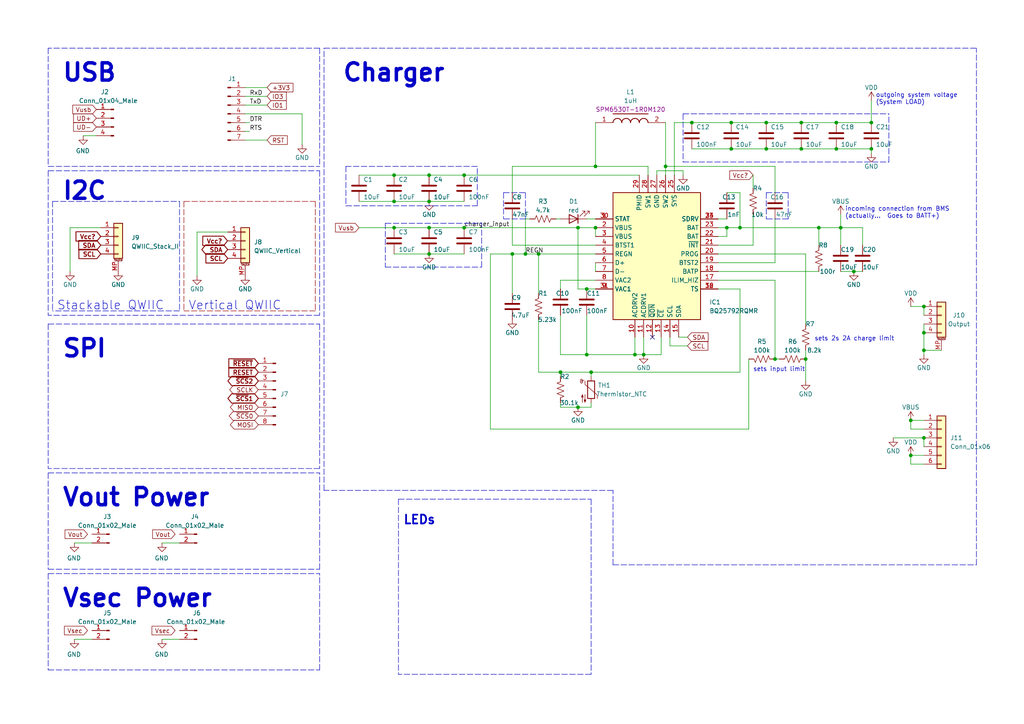
<source format=kicad_sch>
(kicad_sch (version 20211123) (generator eeschema)
  (paper "A4")
  (title_block (title "2s Li-Ion Charger") (rev "0.2.0") (company "The Nerd Mage / Austins Creations"))
  (lib_symbols
    (symbol "Austins creations:SPM6530T-1R0M120" (pin_names hide)
      (property "Reference" "L" (at 0 6.35 0))
      (property "Value" "SPM6530T-1R0M120" (at 0 3.81 0))
      (symbol "SPM6530T-1R0M120_1_1"
        (arc (start -2.54 0) (mid -3.81 1.219) (end -5.08 0) (stroke (width 0.254)))
        (arc (start 0 0) (mid -1.27 1.219) (end -2.54 0) (stroke (width 0.254)))
        (polyline (pts (xy -5.08 2.54) (xy 5.08 2.54)) (stroke (width 0.254)))
        (arc (start 2.54 0) (mid 1.27 1.219) (end 0 0) (stroke (width 0.254)))
        (arc (start 5.08 0) (mid 3.81 1.219) (end 2.54 0) (stroke (width 0.254)))
        (pin passive line (at -10.16 0 0) (length 5.08) (name "1") (number "1"))
        (pin passive line (at 10.16 0 180) (length 5.08) (name "2") (number "2"))
      )
    )
    (symbol "BQ25792RQMR:BQ25792RQMR-notpoo"
      (property "Reference" "IC1" (at 33.02 -24.13 0))
      (property "Value" "BQ25792RQMR-notpoo" (at 33.02 -26.67 0))
      (symbol "BQ25792RQMR-notpoo_1_1"
        (rectangle (start -12.7 17.78) (end 12.7 -19.05) (stroke (width 0.254)) (fill (type background)))
        (pin passive line (at -17.78 10.16 0) (length 5.08) (name "STAT") (number "1"))
        (pin passive line (at -6.35 -24.13 90) (length 5.08) (name "ACDRV2") (number "10"))
        (pin passive line (at -3.81 -24.13 90) (length 5.08) (name "ACDRV1") (number "11"))
        (pin passive line (at -1.27 -24.13 90) (length 5.08) (name "~{QON}") (number "12"))
        (pin passive line (at 1.27 -24.13 90) (length 5.08) (name "~{CE}") (number "13"))
        (pin passive line (at 3.81 -24.13 90) (length 5.08) (name "SCL") (number "14"))
        (pin passive line (at 6.35 -24.13 90) (length 5.08) (name "SDA") (number "15"))
        (pin passive line (at 17.78 -10.16 180) (length 5.08) (name "TS") (number "16"))
        (pin passive line (at 17.78 -7.62 180) (length 5.08) (name "ILIM_HIZ") (number "17"))
        (pin passive line (at 17.78 -5.08 180) (length 5.08) (name "BATP") (number "18"))
        (pin passive line (at 17.78 -2.54 180) (length 5.08) (name "BTST2") (number "19"))
        (pin passive line (at -17.78 7.62 0) (length 5.08) (name "VBUS") (number "2"))
        (pin passive line (at 17.78 0 180) (length 5.08) (name "PROG") (number "20"))
        (pin passive line (at 17.78 2.54 180) (length 5.08) (name "~{INT}") (number "21"))
        (pin passive line (at 17.78 5.08 180) (length 5.08) (name "BAT") (number "22"))
        (pin passive line (at 17.78 7.62 180) (length 5.08) (name "BAT") (number "23"))
        (pin passive line (at 17.78 10.16 180) (length 5.08) (name "SDRV") (number "24"))
        (pin passive line (at 5.08 22.86 270) (length 5.08) (name "SYS") (number "25"))
        (pin passive line (at 2.54 22.86 270) (length 5.08) (name "SW2") (number "26"))
        (pin passive line (at 0 22.86 270) (length 5.08) (name "GND") (number "27"))
        (pin passive line (at -2.54 22.86 270) (length 5.08) (name "SW1") (number "28"))
        (pin passive line (at -5.08 22.86 270) (length 5.08) (name "PMID") (number "29"))
        (pin passive line (at -17.78 5.08 0) (length 5.08) (name "VBUS") (number "3"))
        (pin passive line (at -17.78 10.16 0) (length 5.08) (name "STAT") (number "30"))
        (pin passive line (at -17.78 -10.16 0) (length 5.08) (name "VAC1") (number "31"))
        (pin passive line (at 17.78 -10.16 180) (length 5.08) (name "TS") (number "32"))
        (pin passive line (at 17.78 10.16 180) (length 5.08) (name "SDRV") (number "33"))
        (pin passive line (at -17.78 2.54 0) (length 5.08) (name "BTST1") (number "4"))
        (pin passive line (at -17.78 0 0) (length 5.08) (name "REGN") (number "5"))
        (pin passive line (at -17.78 -2.54 0) (length 5.08) (name "D+") (number "6"))
        (pin passive line (at -17.78 -5.08 0) (length 5.08) (name "D-") (number "7"))
        (pin passive line (at -17.78 -7.62 0) (length 5.08) (name "VAC2") (number "8"))
        (pin passive line (at -17.78 -10.16 0) (length 5.08) (name "VAC1") (number "9"))
      )
    )
    (symbol "Connector:Conn_01x02_Male" (pin_names (offset 1.016) hide)
      (property "Reference" "J" (at 0 2.54 0))
      (property "Value" "Conn_01x02_Male" (at 0 -5.08 0))
      (symbol "Conn_01x02_Male_1_1"
        (polyline (pts (xy 1.27 -2.54) (xy 0.8636 -2.54)) (stroke (width 0.1524)))
        (polyline (pts (xy 1.27 0) (xy 0.8636 0)) (stroke (width 0.1524)))
        (rectangle (start 0.8636 -2.413) (end 0 -2.667) (stroke (width 0.1524)) (fill (type outline)))
        (rectangle (start 0.8636 0.127) (end 0 -0.127) (stroke (width 0.1524)) (fill (type outline)))
        (pin passive line (at 5.08 0 180) (length 3.81) (name "Pin_1") (number "1"))
        (pin passive line (at 5.08 -2.54 180) (length 3.81) (name "Pin_2") (number "2"))
      )
    )
    (symbol "Connector:Conn_01x04_Male" (pin_names (offset 1.016) hide)
      (property "Reference" "J" (at 0 5.08 0))
      (property "Value" "Conn_01x04_Male" (at 0 -7.62 0))
      (symbol "Conn_01x04_Male_1_1"
        (polyline (pts (xy 1.27 -5.08) (xy 0.8636 -5.08)) (stroke (width 0.1524)))
        (polyline (pts (xy 1.27 -2.54) (xy 0.8636 -2.54)) (stroke (width 0.1524)))
        (polyline (pts (xy 1.27 0) (xy 0.8636 0)) (stroke (width 0.1524)))
        (polyline (pts (xy 1.27 2.54) (xy 0.8636 2.54)) (stroke (width 0.1524)))
        (rectangle (start 0.8636 -4.953) (end 0 -5.207) (stroke (width 0.1524)) (fill (type outline)))
        (rectangle (start 0.8636 -2.413) (end 0 -2.667) (stroke (width 0.1524)) (fill (type outline)))
        (rectangle (start 0.8636 0.127) (end 0 -0.127) (stroke (width 0.1524)) (fill (type outline)))
        (rectangle (start 0.8636 2.667) (end 0 2.413) (stroke (width 0.1524)) (fill (type outline)))
        (pin passive line (at 5.08 2.54 180) (length 3.81) (name "Pin_1") (number "1"))
        (pin passive line (at 5.08 0 180) (length 3.81) (name "Pin_2") (number "2"))
        (pin passive line (at 5.08 -2.54 180) (length 3.81) (name "Pin_3") (number "3"))
        (pin passive line (at 5.08 -5.08 180) (length 3.81) (name "Pin_4") (number "4"))
      )
    )
    (symbol "Connector:Conn_01x07_Male" (pin_names (offset 1.016) hide)
      (property "Reference" "J" (at 0 10.16 0))
      (property "Value" "Conn_01x07_Male" (at 0 -10.16 0))
      (symbol "Conn_01x07_Male_1_1"
        (polyline (pts (xy 1.27 -7.62) (xy 0.8636 -7.62)) (stroke (width 0.1524)))
        (polyline (pts (xy 1.27 -5.08) (xy 0.8636 -5.08)) (stroke (width 0.1524)))
        (polyline (pts (xy 1.27 -2.54) (xy 0.8636 -2.54)) (stroke (width 0.1524)))
        (polyline (pts (xy 1.27 0) (xy 0.8636 0)) (stroke (width 0.1524)))
        (polyline (pts (xy 1.27 2.54) (xy 0.8636 2.54)) (stroke (width 0.1524)))
        (polyline (pts (xy 1.27 5.08) (xy 0.8636 5.08)) (stroke (width 0.1524)))
        (polyline (pts (xy 1.27 7.62) (xy 0.8636 7.62)) (stroke (width 0.1524)))
        (rectangle (start 0.8636 -7.493) (end 0 -7.747) (stroke (width 0.1524)) (fill (type outline)))
        (rectangle (start 0.8636 -4.953) (end 0 -5.207) (stroke (width 0.1524)) (fill (type outline)))
        (rectangle (start 0.8636 -2.413) (end 0 -2.667) (stroke (width 0.1524)) (fill (type outline)))
        (rectangle (start 0.8636 0.127) (end 0 -0.127) (stroke (width 0.1524)) (fill (type outline)))
        (rectangle (start 0.8636 2.667) (end 0 2.413) (stroke (width 0.1524)) (fill (type outline)))
        (rectangle (start 0.8636 5.207) (end 0 4.953) (stroke (width 0.1524)) (fill (type outline)))
        (rectangle (start 0.8636 7.747) (end 0 7.493) (stroke (width 0.1524)) (fill (type outline)))
        (pin passive line (at 5.08 7.62 180) (length 3.81) (name "Pin_1") (number "1"))
        (pin passive line (at 5.08 5.08 180) (length 3.81) (name "Pin_2") (number "2"))
        (pin passive line (at 5.08 2.54 180) (length 3.81) (name "Pin_3") (number "3"))
        (pin passive line (at 5.08 0 180) (length 3.81) (name "Pin_4") (number "4"))
        (pin passive line (at 5.08 -2.54 180) (length 3.81) (name "Pin_5") (number "5"))
        (pin passive line (at 5.08 -5.08 180) (length 3.81) (name "Pin_6") (number "6"))
        (pin passive line (at 5.08 -7.62 180) (length 3.81) (name "Pin_7") (number "7"))
      )
    )
    (symbol "Connector:Conn_01x08_Male" (pin_names (offset 1.016) hide)
      (property "Reference" "J" (at 0 10.16 0))
      (property "Value" "Conn_01x08_Male" (at 0 -12.7 0))
      (symbol "Conn_01x08_Male_1_1"
        (polyline (pts (xy 1.27 -10.16) (xy 0.8636 -10.16)) (stroke (width 0.1524)))
        (polyline (pts (xy 1.27 -7.62) (xy 0.8636 -7.62)) (stroke (width 0.1524)))
        (polyline (pts (xy 1.27 -5.08) (xy 0.8636 -5.08)) (stroke (width 0.1524)))
        (polyline (pts (xy 1.27 -2.54) (xy 0.8636 -2.54)) (stroke (width 0.1524)))
        (polyline (pts (xy 1.27 0) (xy 0.8636 0)) (stroke (width 0.1524)))
        (polyline (pts (xy 1.27 2.54) (xy 0.8636 2.54)) (stroke (width 0.1524)))
        (polyline (pts (xy 1.27 5.08) (xy 0.8636 5.08)) (stroke (width 0.1524)))
        (polyline (pts (xy 1.27 7.62) (xy 0.8636 7.62)) (stroke (width 0.1524)))
        (rectangle (start 0.8636 -10.033) (end 0 -10.287) (stroke (width 0.1524)) (fill (type outline)))
        (rectangle (start 0.8636 -7.493) (end 0 -7.747) (stroke (width 0.1524)) (fill (type outline)))
        (rectangle (start 0.8636 -4.953) (end 0 -5.207) (stroke (width 0.1524)) (fill (type outline)))
        (rectangle (start 0.8636 -2.413) (end 0 -2.667) (stroke (width 0.1524)) (fill (type outline)))
        (rectangle (start 0.8636 0.127) (end 0 -0.127) (stroke (width 0.1524)) (fill (type outline)))
        (rectangle (start 0.8636 2.667) (end 0 2.413) (stroke (width 0.1524)) (fill (type outline)))
        (rectangle (start 0.8636 5.207) (end 0 4.953) (stroke (width 0.1524)) (fill (type outline)))
        (rectangle (start 0.8636 7.747) (end 0 7.493) (stroke (width 0.1524)) (fill (type outline)))
        (pin passive line (at 5.08 7.62 180) (length 3.81) (name "Pin_1") (number "1"))
        (pin passive line (at 5.08 5.08 180) (length 3.81) (name "Pin_2") (number "2"))
        (pin passive line (at 5.08 2.54 180) (length 3.81) (name "Pin_3") (number "3"))
        (pin passive line (at 5.08 0 180) (length 3.81) (name "Pin_4") (number "4"))
        (pin passive line (at 5.08 -2.54 180) (length 3.81) (name "Pin_5") (number "5"))
        (pin passive line (at 5.08 -5.08 180) (length 3.81) (name "Pin_6") (number "6"))
        (pin passive line (at 5.08 -7.62 180) (length 3.81) (name "Pin_7") (number "7"))
        (pin passive line (at 5.08 -10.16 180) (length 3.81) (name "Pin_8") (number "8"))
      )
    )
    (symbol "Connector_Generic:Conn_01x06" (pin_names (offset 1.016) hide)
      (property "Reference" "J" (at 0 7.62 0))
      (property "Value" "Conn_01x06" (at 0 -10.16 0))
      (symbol "Conn_01x06_1_1"
        (rectangle (start -1.27 -7.493) (end 0 -7.747) (stroke (width 0.1524)))
        (rectangle (start -1.27 -4.953) (end 0 -5.207) (stroke (width 0.1524)))
        (rectangle (start -1.27 -2.413) (end 0 -2.667) (stroke (width 0.1524)))
        (rectangle (start -1.27 0.127) (end 0 -0.127) (stroke (width 0.1524)))
        (rectangle (start -1.27 2.667) (end 0 2.413) (stroke (width 0.1524)))
        (rectangle (start -1.27 5.207) (end 0 4.953) (stroke (width 0.1524)))
        (rectangle (start -1.27 6.35) (end 1.27 -8.89) (stroke (width 0.254)) (fill (type background)))
        (pin passive line (at -5.08 5.08 0) (length 3.81) (name "Pin_1") (number "1"))
        (pin passive line (at -5.08 2.54 0) (length 3.81) (name "Pin_2") (number "2"))
        (pin passive line (at -5.08 0 0) (length 3.81) (name "Pin_3") (number "3"))
        (pin passive line (at -5.08 -2.54 0) (length 3.81) (name "Pin_4") (number "4"))
        (pin passive line (at -5.08 -5.08 0) (length 3.81) (name "Pin_5") (number "5"))
        (pin passive line (at -5.08 -7.62 0) (length 3.81) (name "Pin_6") (number "6"))
      )
    )
    (symbol "Connector_Generic_MountingPin:Conn_01x04_MountingPin" (pin_names (offset 1.016) hide)
      (property "Reference" "J" (at 0 5.08 0))
      (property "Value" "Conn_01x04_MountingPin" (at 1.27 -7.62 0))
      (symbol "Conn_01x04_MountingPin_1_1"
        (rectangle (start -1.27 -4.953) (end 0 -5.207) (stroke (width 0.1524)))
        (rectangle (start -1.27 -2.413) (end 0 -2.667) (stroke (width 0.1524)))
        (rectangle (start -1.27 0.127) (end 0 -0.127) (stroke (width 0.1524)))
        (rectangle (start -1.27 2.667) (end 0 2.413) (stroke (width 0.1524)))
        (rectangle (start -1.27 3.81) (end 1.27 -6.35) (stroke (width 0.254)) (fill (type background)))
        (polyline (pts (xy -1.016 -7.112) (xy 1.016 -7.112)) (stroke (width 0.1524)))
        (text "Mounting" (at 0 -6.731 0) (effects (font (size 0.381 0.381))))
        (pin passive line (at -5.08 2.54 0) (length 3.81) (name "Pin_1") (number "1"))
        (pin passive line (at -5.08 0 0) (length 3.81) (name "Pin_2") (number "2"))
        (pin passive line (at -5.08 -2.54 0) (length 3.81) (name "Pin_3") (number "3"))
        (pin passive line (at -5.08 -5.08 0) (length 3.81) (name "Pin_4") (number "4"))
        (pin passive line (at 0 -10.16 90) (length 3.048) (name "MountPin") (number "MP"))
      )
    )
    (symbol "Connector_QWIIC_Stackable:QWIIC_Stackable" (pin_names (offset 1.016) hide)
      (property "Reference" "J" (at 0 5.08 0))
      (property "Value" "QWIIC_Stackable" (at 1.27 -7.62 0))
      (symbol "QWIIC_Stackable_1_1"
        (rectangle (start -1.27 -4.953) (end 0 -5.207) (stroke (width 0.1524)))
        (rectangle (start -1.27 -2.413) (end 0 -2.667) (stroke (width 0.1524)))
        (rectangle (start -1.27 0.127) (end 0 -0.127) (stroke (width 0.1524)))
        (rectangle (start -1.27 2.667) (end 0 2.413) (stroke (width 0.1524)))
        (rectangle (start -1.27 3.81) (end 1.27 -6.35) (stroke (width 0.254)) (fill (type background)))
        (polyline (pts (xy -1.016 -7.112) (xy 1.016 -7.112)) (stroke (width 0.1524)))
        (text "Mounting" (at 0 -6.731 0) (effects (font (size 0.381 0.381))))
        (pin passive line (at -5.08 2.54 0) (length 3.81) (name "Pin_1") (number "1"))
        (pin passive line (at -5.08 0 0) (length 3.81) (name "Pin_2") (number "2"))
        (pin passive line (at -5.08 -2.54 0) (length 3.81) (name "Pin_3") (number "3"))
        (pin passive line (at -5.08 -5.08 0) (length 3.81) (name "Pin_4") (number "4"))
        (pin passive line (at 0 -10.16 90) (length 3.048) (name "MountPin") (number "MP"))
      )
    )
    (symbol "Device:C" (pin_numbers hide) (pin_names (offset 0.254))
      (property "Reference" "C" (at 0.635 2.54 0))
      (property "Value" "C" (at 0.635 -2.54 0))
      (symbol "C_0_1"
        (polyline (pts (xy -2.032 -0.762) (xy 2.032 -0.762)) (stroke (width 0.508)))
        (polyline (pts (xy -2.032 0.762) (xy 2.032 0.762)) (stroke (width 0.508)))
      )
      (symbol "C_1_1"
        (pin passive line (at 0 3.81 270) (length 2.794) (name "~") (number "1"))
        (pin passive line (at 0 -3.81 90) (length 2.794) (name "~") (number "2"))
      )
    )
    (symbol "Device:LED" (pin_numbers hide) (pin_names (offset 1.016) hide)
      (property "Reference" "D" (at 0 2.54 0))
      (property "Value" "LED" (at 0 -2.54 0))
      (symbol "LED_0_1"
        (polyline (pts (xy -1.27 -1.27) (xy -1.27 1.27)) (stroke (width 0.254)))
        (polyline (pts (xy -1.27 0) (xy 1.27 0)))
        (polyline (pts (xy 1.27 -1.27) (xy 1.27 1.27) (xy -1.27 0) (xy 1.27 -1.27)) (stroke (width 0.254)))
        (polyline (pts (xy -3.048 -0.762) (xy -4.572 -2.286) (xy -3.81 -2.286) (xy -4.572 -2.286) (xy -4.572 -1.524)))
        (polyline (pts (xy -1.778 -0.762) (xy -3.302 -2.286) (xy -2.54 -2.286) (xy -3.302 -2.286) (xy -3.302 -1.524)))
      )
      (symbol "LED_1_1"
        (pin passive line (at -3.81 0 0) (length 2.54) (name "K") (number "1"))
        (pin passive line (at 3.81 0 180) (length 2.54) (name "A") (number "2"))
      )
    )
    (symbol "Device:R_US" (pin_numbers hide) (pin_names (offset 0))
      (property "Reference" "R" (at 2.54 0 90))
      (property "Value" "R_US" (at -2.54 0 90))
      (symbol "R_US_0_1"
        (polyline (pts (xy 0 -2.286) (xy 0 -2.54)))
        (polyline (pts (xy 0 2.286) (xy 0 2.54)))
        (polyline (pts (xy 0 -0.762) (xy 1.016 -1.143) (xy 0 -1.524) (xy -1.016 -1.905) (xy 0 -2.286)))
        (polyline (pts (xy 0 0.762) (xy 1.016 0.381) (xy 0 0) (xy -1.016 -0.381) (xy 0 -0.762)))
        (polyline (pts (xy 0 2.286) (xy 1.016 1.905) (xy 0 1.524) (xy -1.016 1.143) (xy 0 0.762)))
      )
      (symbol "R_US_1_1"
        (pin passive line (at 0 3.81 270) (length 1.27) (name "~") (number "1"))
        (pin passive line (at 0 -3.81 90) (length 1.27) (name "~") (number "2"))
      )
    )
    (symbol "Device:Thermistor_NTC" (pin_numbers hide) (pin_names (offset 0))
      (property "Reference" "TH" (at -4.445 0 90))
      (property "Value" "Thermistor_NTC" (at 3.175 0 90))
      (symbol "Thermistor_NTC_0_1"
        (arc (start -3.048 2.159) (mid -3.0495 2.3143) (end -3.175 2.413))
        (arc (start -3.048 2.159) (mid -2.9736 1.9794) (end -2.794 1.905))
        (arc (start -3.048 2.794) (mid -2.9736 2.6144) (end -2.794 2.54))
        (arc (start -2.794 1.905) (mid -2.6144 1.9794) (end -2.54 2.159))
        (arc (start -2.794 2.54) (mid -2.4393 2.5587) (end -2.159 2.794))
        (arc (start -2.794 3.048) (mid -2.9736 2.9736) (end -3.048 2.794))
        (arc (start -2.54 2.794) (mid -2.6144 2.9736) (end -2.794 3.048))
        (rectangle (start -1.016 2.54) (end 1.016 -2.54) (stroke (width 0.254)))
        (polyline (pts (xy -2.54 2.159) (xy -2.54 2.794)))
        (polyline (pts (xy -1.778 2.54) (xy -1.778 1.524) (xy 1.778 -1.524) (xy 1.778 -2.54)))
        (polyline (pts (xy -2.54 -3.683) (xy -2.54 -1.397) (xy -2.794 -2.159) (xy -2.286 -2.159) (xy -2.54 -1.397) (xy -2.54 -1.651)) (fill (type outline)))
        (polyline (pts (xy -1.778 -1.397) (xy -1.778 -3.683) (xy -2.032 -2.921) (xy -1.524 -2.921) (xy -1.778 -3.683) (xy -1.778 -3.429)) (fill (type outline)))
      )
      (symbol "Thermistor_NTC_1_1"
        (pin passive line (at 0 3.81 270) (length 1.27) (name "~") (number "1"))
        (pin passive line (at 0 -3.81 90) (length 1.27) (name "~") (number "2"))
      )
    )
    (symbol "power:GND" (power) (pin_names (offset 0))
      (property "Value" "GND" (at 0 -3.81 0))
      (symbol "GND_0_1"
        (polyline (pts (xy 0 0) (xy 0 -1.27) (xy 1.27 -1.27) (xy 0 -2.54) (xy -1.27 -1.27) (xy 0 -1.27)))
      )
      (symbol "GND_1_1"
        (pin power_in line (at 0 0 270) (length 0) hide (name "GND") (number "1"))
      )
    )
    (symbol "power:VBUS" (power) (pin_names (offset 0))
      (property "Value" "VBUS" (at 0 3.81 0))
      (symbol "VBUS_0_1"
        (polyline (pts (xy -0.762 1.27) (xy 0 2.54)))
        (polyline (pts (xy 0 0) (xy 0 2.54)))
        (polyline (pts (xy 0 2.54) (xy 0.762 1.27)))
      )
      (symbol "VBUS_1_1"
        (pin power_in line (at 0 0 90) (length 0) hide (name "VBUS") (number "1"))
      )
    )
    (symbol "power:VDD" (power) (pin_names (offset 0))
      (property "Value" "VDD" (at 0 3.81 0))
      (symbol "VDD_0_1"
        (polyline (pts (xy -0.762 1.27) (xy 0 2.54)))
        (polyline (pts (xy 0 0) (xy 0 2.54)))
        (polyline (pts (xy 0 2.54) (xy 0.762 1.27)))
      )
      (symbol "VDD_1_1"
        (pin power_in line (at 0 0 90) (length 0) hide (name "VDD") (number "1"))
      )
    )
  )
  (junction (at 114.3 58.42))
  (junction (at 167.64 66.04))
  (junction (at 124.46 50.8))
  (junction (at 242.57 35.56))
  (junction (at 156.21 73.66))
  (junction (at 134.62 50.8))
  (junction (at 200.66 35.56))
  (junction (at 224.79 104.14))
  (junction (at 114.3 66.04))
  (junction (at 264.16 132.08))
  (junction (at 162.56 107.95))
  (junction (at 170.18 83.82))
  (junction (at 172.72 48.26))
  (junction (at 242.57 43.18))
  (junction (at 267.97 101.6))
  (junction (at 252.73 43.18))
  (junction (at 148.59 73.66))
  (junction (at 172.72 66.04))
  (junction (at 184.15 102.87))
  (junction (at 267.97 96.52))
  (junction (at 247.65 78.74))
  (junction (at 222.25 43.18))
  (junction (at 170.18 102.87))
  (junction (at 222.25 35.56))
  (junction (at 212.09 43.18))
  (junction (at 114.3 50.8))
  (junction (at 152.4 73.66))
  (junction (at 232.41 35.56))
  (junction (at 124.46 66.04))
  (junction (at 171.45 107.95))
  (junction (at 134.62 66.04))
  (junction (at 124.46 58.42))
  (junction (at 186.69 102.87))
  (junction (at 243.84 66.04))
  (junction (at 264.16 121.92))
  (junction (at 237.49 66.04))
  (junction (at 193.04 48.26))
  (junction (at 267.97 127))
  (junction (at 214.63 66.04))
  (junction (at 167.64 118.11))
  (junction (at 233.68 104.14))
  (junction (at 210.82 66.04))
  (junction (at 124.46 73.66))
  (junction (at 267.97 88.9))
  (junction (at 232.41 43.18))
  (junction (at 212.09 35.56))
  (junction (at 252.73 35.56))
  (no_connect (at 189.23 97.79))
  (wire (pts (xy 224.79 104.14) (xy 226.06 104.14)))
  (wire (pts (xy 104.14 58.42) (xy 114.3 58.42)))
  (wire (pts (xy 148.59 48.26) (xy 148.59 55.88)))
  (wire (pts (xy 114.3 50.8) (xy 124.46 50.8)))
  (polyline (pts (xy 146.05 55.88) (xy 152.4 55.88)))
  (wire (pts (xy 162.56 107.95) (xy 162.56 109.22)))
  (wire (pts (xy 252.73 29.21) (xy 252.73 35.56)))
  (wire (pts (xy 264.16 124.46) (xy 267.97 124.46)))
  (polyline (pts (xy 115.57 144.78) (xy 171.45 144.78)))
  (wire (pts (xy 194.31 100.33) (xy 199.39 100.33)))
  (wire (pts (xy 156.21 107.95) (xy 162.56 107.95)))
  (wire (pts (xy 71.12 25.4) (xy 77.47 25.4)))
  (polyline (pts (xy 198.12 46.99) (xy 257.81 46.99)))
  (wire (pts (xy 104.14 66.04) (xy 114.3 66.04)))
  (wire (pts (xy 224.79 81.28) (xy 208.28 81.28)))
  (wire (pts (xy 148.59 73.66) (xy 152.4 73.66)))
  (wire (pts (xy 264.16 121.92) (xy 264.16 124.46)))
  (polyline (pts (xy 152.4 63.5) (xy 146.05 63.5)))
  (wire (pts (xy 170.18 91.44) (xy 170.18 102.87)))
  (wire (pts (xy 148.59 73.66) (xy 148.59 85.09)))
  (polyline (pts (xy 198.12 33.02) (xy 198.12 46.99)))
  (wire (pts (xy 162.56 116.84) (xy 162.56 118.11)))
  (wire (pts (xy 152.4 63.5) (xy 153.67 63.5)))
  (polyline (pts (xy 13.97 194.31) (xy 92.71 194.31)))
  (wire (pts (xy 214.63 55.88) (xy 214.63 66.04)))
  (wire (pts (xy 264.16 121.92) (xy 267.97 121.92)))
  (polyline (pts (xy 115.57 144.78) (xy 115.57 195.58)))
  (polyline (pts (xy 257.81 46.99) (xy 257.81 33.02)))
  (polyline (pts (xy 92.71 194.31) (xy 92.71 166.37)))
  (polyline (pts (xy 92.71 91.44) (xy 13.97 91.44)))
  (wire (pts (xy 214.63 83.82) (xy 214.63 107.95)))
  (wire (pts (xy 193.04 48.26) (xy 193.04 50.8)))
  (polyline (pts (xy 53.34 58.42) (xy 91.44 58.42)) (stroke (width 0) (color 155 0 0 1)))
  (wire (pts (xy 124.46 50.8) (xy 134.62 50.8)))
  (wire (pts (xy 134.62 66.04) (xy 167.64 66.04)))
  (wire (pts (xy 71.12 30.48) (xy 77.47 30.48)))
  (wire (pts (xy 171.45 107.95) (xy 214.63 107.95)))
  (wire (pts (xy 142.24 73.66) (xy 148.59 73.66)))
  (wire (pts (xy 167.64 118.11) (xy 171.45 118.11)))
  (polyline (pts (xy 198.12 33.02) (xy 257.81 33.02)))
  (wire (pts (xy 156.21 73.66) (xy 172.72 73.66)))
  (wire (pts (xy 124.46 66.04) (xy 134.62 66.04)))
  (wire (pts (xy 156.21 92.71) (xy 156.21 107.95)))
  (wire (pts (xy 243.84 66.04) (xy 237.49 66.04)))
  (polyline (pts (xy 111.76 64.77) (xy 111.76 77.47)))
  (wire (pts (xy 29.21 66.04) (xy 20.32 66.04)))
  (wire (pts (xy 232.41 35.56) (xy 242.57 35.56)))
  (polyline (pts (xy 138.43 59.69) (xy 138.43 48.26)))
  (wire (pts (xy 194.31 97.79) (xy 194.31 100.33)))
  (polyline (pts (xy 100.33 48.26) (xy 100.33 59.69)))
  (wire (pts (xy 233.68 104.14) (xy 233.68 101.6)))
  (polyline (pts (xy 53.34 58.42) (xy 53.34 90.17)) (stroke (width 0) (color 155 0 0 1)))
  (wire (pts (xy 167.64 83.82) (xy 167.64 66.04)))
  (wire (pts (xy 162.56 91.44) (xy 162.56 102.87)))
  (polyline (pts (xy 13.97 49.53) (xy 92.71 49.53)))
  (polyline (pts (xy 13.97 166.37) (xy 92.71 166.37)))
  (wire (pts (xy 196.85 97.79) (xy 199.39 97.79)))
  (wire (pts (xy 187.96 50.8) (xy 187.96 48.26)))
  (wire (pts (xy 114.3 58.42) (xy 124.46 58.42)))
  (wire (pts (xy 232.41 43.18) (xy 242.57 43.18)))
  (wire (pts (xy 172.72 76.2) (xy 172.72 78.74)))
  (polyline (pts (xy 92.71 93.98) (xy 92.71 135.89)))
  (wire (pts (xy 233.68 104.14) (xy 233.68 110.49)))
  (wire (pts (xy 208.28 63.5) (xy 210.82 63.5)))
  (polyline (pts (xy 171.45 195.58) (xy 115.57 195.58)))
  (wire (pts (xy 214.63 83.82) (xy 208.28 83.82)))
  (polyline (pts (xy 15.24 58.42) (xy 52.07 58.42)))
  (wire (pts (xy 224.79 63.5) (xy 224.79 76.2)))
  (wire (pts (xy 210.82 66.04) (xy 210.82 68.58)))
  (wire (pts (xy 27.94 39.37) (xy 24.13 39.37)))
  (wire (pts (xy 250.19 66.04) (xy 250.19 71.12)))
  (wire (pts (xy 208.28 73.66) (xy 233.68 73.66)))
  (wire (pts (xy 104.14 50.8) (xy 114.3 50.8)))
  (wire (pts (xy 267.97 88.9) (xy 267.97 91.44)))
  (wire (pts (xy 186.69 97.79) (xy 186.69 102.87)))
  (polyline (pts (xy 93.98 142.24) (xy 93.98 13.97)))
  (wire (pts (xy 156.21 73.66) (xy 156.21 85.09)))
  (polyline (pts (xy 92.71 13.97) (xy 13.97 13.97)))
  (wire (pts (xy 267.97 93.98) (xy 267.97 96.52)))
  (wire (pts (xy 152.4 63.5) (xy 152.4 73.66)))
  (wire (pts (xy 243.84 71.12) (xy 243.84 66.04)))
  (wire (pts (xy 208.28 76.2) (xy 224.79 76.2)))
  (wire (pts (xy 247.65 78.74) (xy 250.19 78.74)))
  (wire (pts (xy 224.79 81.28) (xy 224.79 104.14)))
  (wire (pts (xy 224.79 48.26) (xy 224.79 55.88)))
  (polyline (pts (xy 152.4 55.88) (xy 152.4 63.5)))
  (polyline (pts (xy 91.44 58.42) (xy 91.44 90.17)) (stroke (width 0) (color 155 0 0 1)))
  (wire (pts (xy 66.04 69.85) (xy 65.9851 69.8684)))
  (polyline (pts (xy 15.24 58.42) (xy 15.24 90.17)))
  (wire (pts (xy 71.12 40.64) (xy 77.47 40.64)))
  (polyline (pts (xy 93.98 13.97) (xy 283.21 13.97)))
  (polyline (pts (xy 177.8 142.24) (xy 93.98 142.24)))
  (wire (pts (xy 124.46 58.42) (xy 134.62 58.42)))
  (wire (pts (xy 172.72 35.56) (xy 172.72 48.26)))
  (wire (pts (xy 87.63 33.02) (xy 71.12 33.02)))
  (polyline (pts (xy 13.97 137.16) (xy 13.97 165.1)))
  (polyline (pts (xy 92.71 49.53) (xy 92.71 91.44)))
  (wire (pts (xy 212.09 35.56) (xy 222.25 35.56)))
  (wire (pts (xy 46.99 157.48) (xy 52.07 157.48)))
  (wire (pts (xy 134.62 50.8) (xy 185.42 50.8)))
  (wire (pts (xy 142.24 73.66) (xy 142.24 124.46)))
  (wire (pts (xy 259.08 127) (xy 267.97 127)))
  (wire (pts (xy 191.77 102.87) (xy 186.69 102.87)))
  (wire (pts (xy 252.73 43.18) (xy 252.73 44.45)))
  (wire (pts (xy 243.84 78.74) (xy 247.65 78.74)))
  (wire (pts (xy 210.82 66.04) (xy 214.63 66.04)))
  (wire (pts (xy 190.5 50.8) (xy 190.5 49.53)))
  (wire (pts (xy 21.59 157.48) (xy 26.67 157.48)))
  (wire (pts (xy 193.04 35.56) (xy 193.04 48.26)))
  (wire (pts (xy 71.12 38.1) (xy 72.39 38.1)))
  (polyline (pts (xy 177.8 163.83) (xy 177.8 142.24)))
  (wire (pts (xy 170.18 63.5) (xy 172.72 63.5)))
  (polyline (pts (xy 228.6 63.5) (xy 222.25 63.5)))
  (polyline (pts (xy 146.05 55.88) (xy 146.05 63.5)))
  (wire (pts (xy 148.59 63.5) (xy 148.59 71.12)))
  (wire (pts (xy 172.72 66.04) (xy 172.72 68.58)))
  (polyline (pts (xy 13.97 93.98) (xy 92.71 93.98)))
  (wire (pts (xy 217.17 104.14) (xy 217.17 124.46)))
  (polyline (pts (xy 138.43 48.26) (xy 100.33 48.26)))
  (wire (pts (xy 71.12 27.94) (xy 77.47 27.94)))
  (wire (pts (xy 57.15 67.31) (xy 57.15 80.01)))
  (polyline (pts (xy 13.97 166.37) (xy 13.97 194.31)))
  (polyline (pts (xy 91.44 90.17) (xy 53.34 90.17)) (stroke (width 0) (color 155 0 0 1)))
  (wire (pts (xy 162.56 81.28) (xy 172.72 81.28)))
  (wire (pts (xy 267.97 101.6) (xy 267.97 102.87)))
  (polyline (pts (xy 139.7 77.47) (xy 139.7 64.77)))
  (wire (pts (xy 198.12 49.53) (xy 198.12 50.8)))
  (polyline (pts (xy 13.97 13.97) (xy 13.97 48.26)))
  (wire (pts (xy 273.05 101.6) (xy 267.97 101.6)))
  (wire (pts (xy 264.16 132.08) (xy 264.16 134.62)))
  (wire (pts (xy 114.3 73.66) (xy 124.46 73.66)))
  (polyline (pts (xy 222.25 55.88) (xy 228.6 55.88)))
  (wire (pts (xy 184.15 97.79) (xy 184.15 102.87)))
  (wire (pts (xy 214.63 55.88) (xy 210.82 55.88)))
  (wire (pts (xy 46.99 185.42) (xy 52.07 185.42)))
  (wire (pts (xy 267.97 127) (xy 267.97 129.54)))
  (wire (pts (xy 250.19 66.04) (xy 243.84 66.04)))
  (wire (pts (xy 222.25 35.56) (xy 232.41 35.56)))
  (polyline (pts (xy 228.6 55.88) (xy 228.6 63.5)))
  (polyline (pts (xy 13.97 137.16) (xy 92.71 137.16)))
  (wire (pts (xy 200.66 43.18) (xy 212.09 43.18)))
  (polyline (pts (xy 52.07 90.17) (xy 15.24 90.17)))
  (wire (pts (xy 161.29 63.5) (xy 162.56 63.5)))
  (wire (pts (xy 208.28 71.12) (xy 218.44 71.12)))
  (polyline (pts (xy 100.33 59.69) (xy 138.43 59.69)))
  (wire (pts (xy 66.04 67.31) (xy 57.15 67.31)))
  (wire (pts (xy 167.64 66.04) (xy 172.72 66.04)))
  (wire (pts (xy 171.45 118.11) (xy 171.45 116.84)))
  (wire (pts (xy 162.56 83.82) (xy 162.56 81.28)))
  (wire (pts (xy 264.16 134.62) (xy 267.97 134.62)))
  (wire (pts (xy 208.28 68.58) (xy 210.82 68.58)))
  (wire (pts (xy 191.77 97.79) (xy 191.77 102.87)))
  (wire (pts (xy 214.63 66.04) (xy 237.49 66.04)))
  (wire (pts (xy 208.28 66.04) (xy 210.82 66.04)))
  (wire (pts (xy 87.63 41.91) (xy 87.63 33.02)))
  (polyline (pts (xy 52.07 58.42) (xy 52.07 90.17)))
  (wire (pts (xy 172.72 83.82) (xy 170.18 83.82)))
  (wire (pts (xy 114.3 66.04) (xy 124.46 66.04)))
  (polyline (pts (xy 177.8 163.83) (xy 283.21 163.83)))
  (wire (pts (xy 172.72 71.12) (xy 148.59 71.12)))
  (wire (pts (xy 200.66 35.56) (xy 195.58 35.56)))
  (wire (pts (xy 243.84 62.23) (xy 243.84 66.04)))
  (polyline (pts (xy 92.71 165.1) (xy 92.71 137.16)))
  (wire (pts (xy 170.18 102.87) (xy 184.15 102.87)))
  (wire (pts (xy 222.25 43.18) (xy 232.41 43.18)))
  (wire (pts (xy 20.32 66.04) (xy 20.32 78.74)))
  (wire (pts (xy 264.16 132.08) (xy 267.97 132.08)))
  (wire (pts (xy 242.57 35.56) (xy 252.73 35.56)))
  (wire (pts (xy 233.68 73.66) (xy 233.68 93.98)))
  (wire (pts (xy 195.58 35.56) (xy 195.58 50.8)))
  (polyline (pts (xy 111.76 64.77) (xy 139.7 64.77)))
  (wire (pts (xy 267.97 96.52) (xy 267.97 101.6)))
  (wire (pts (xy 218.44 62.23) (xy 218.44 71.12)))
  (polyline (pts (xy 222.25 55.88) (xy 222.25 63.5)))
  (wire (pts (xy 162.56 118.11) (xy 167.64 118.11)))
  (wire (pts (xy 170.18 83.82) (xy 167.64 83.82)))
  (polyline (pts (xy 92.71 13.97) (xy 92.71 48.26)))
  (wire (pts (xy 242.57 43.18) (xy 252.73 43.18)))
  (wire (pts (xy 162.56 102.87) (xy 170.18 102.87)))
  (polyline (pts (xy 171.45 144.78) (xy 171.45 195.58)))
  (wire (pts (xy 124.46 73.66) (xy 134.62 73.66)))
  (wire (pts (xy 264.16 88.9) (xy 267.97 88.9)))
  (wire (pts (xy 190.5 49.53) (xy 198.12 49.53)))
  (wire (pts (xy 171.45 107.95) (xy 171.45 109.22)))
  (wire (pts (xy 184.15 102.87) (xy 186.69 102.87)))
  (wire (pts (xy 152.4 73.66) (xy 156.21 73.66)))
  (wire (pts (xy 217.17 124.46) (xy 142.24 124.46)))
  (polyline (pts (xy 13.97 93.98) (xy 13.97 135.89)))
  (wire (pts (xy 237.49 66.04) (xy 237.49 71.12)))
  (wire (pts (xy 71.12 35.56) (xy 72.39 35.56)))
  (polyline (pts (xy 283.21 163.83) (xy 283.21 13.97)))
  (polyline (pts (xy 13.97 48.26) (xy 92.71 48.26)))
  (wire (pts (xy 208.28 78.74) (xy 237.49 78.74)))
  (wire (pts (xy 172.72 48.26) (xy 187.96 48.26)))
  (polyline (pts (xy 13.97 165.1) (xy 92.71 165.1)))
  (wire (pts (xy 212.09 43.18) (xy 222.25 43.18)))
  (wire (pts (xy 162.56 107.95) (xy 171.45 107.95)))
  (wire (pts (xy 193.04 48.26) (xy 224.79 48.26)))
  (polyline (pts (xy 92.71 135.89) (xy 13.97 135.89)))
  (wire (pts (xy 21.59 185.42) (xy 26.67 185.42)))
  (wire (pts (xy 148.59 48.26) (xy 172.72 48.26)))
  (wire (pts (xy 200.66 35.56) (xy 212.09 35.56)))
  (wire (pts (xy 218.44 50.8) (xy 218.44 54.61)))
  (polyline (pts (xy 111.76 77.47) (xy 139.7 77.47)))
  (polyline (pts (xy 13.97 49.53) (xy 13.97 91.44)))
  (text "Vout Power" (at 17.78 147.32 0) (effects (font (size 5 5) (thickness 1) bold) (justify left bottom)))
  (text "I2C" (at 17.78 58.42 0) (effects (font (size 5 5) (thickness 1) bold) (justify left bottom)))
  (text "Stackable QWIIC" (at 16.51 90.17 0) (effects (font (size 2.54 2.54)) (justify left bottom)))
  (text "incoming connection from BMS\n(actually...  Goes to BATT+)" (at 245.11 63.5 0) (effects (font (size 1.27 1.27)) (justify left bottom)))
  (text "sets 2s 2A charge limit" (at 236.22 99.06 0) (effects (font (size 1.27 1.27)) (justify left bottom)))
  (text "SPI" (at 17.78 104.14 0) (effects (font (size 5 5) (thickness 1) bold) (justify left bottom)))
  (text "Vsec Power" (at 17.78 176.53 0) (effects (font (size 5 5) (thickness 1) bold) (justify left bottom)))
  (text "USB" (at 17.78 24.13 0) (effects (font (size 5 5) (thickness 1) bold) (justify left bottom)))
  (text "outgoing system voltage\n(System LOAD)" (at 254 30.48 0) (effects (font (size 1.27 1.27)) (justify left bottom)))
  (text "sets input limit" (at 218.44 107.95 0) (effects (font (size 1.27 1.27)) (justify left bottom)))
  (text "Vertical QWIIC" (at 54.61 90.17 0) (effects (font (size 2.54 2.54)) (justify left bottom)))
  (text "Charger" (at 99.06 24.13 0) (effects (font (size 5 5) (thickness 1) bold) (justify left bottom)))
  (text "LEDs" (at 116.84 152.4 180) (effects (font (size 2.54 2.54) (thickness 0.508) bold) (justify left bottom)))
  (label "REGN" (at 152.4 73.66 0))
  (label "TxD" (at 72.39 30.48 0))
  (label "charger_input" (at 134.62 66.04 0))
  (label "DTR" (at 72.39 35.56 0))
  (label "RTS" (at 72.39 38.1 0))
  (label "RxD" (at 72.39 27.94 0))
  (global_label "Vcc?" (shape input) (at 29.21 68.58 180) (effects (font (thickness 0.254) bold)) (property "Intersheet References" "${INTERSHEET_REFS}" (effects hide)))
  (global_label "Vusb" (shape input) (at 27.94 31.75 180) (property "Intersheet References" "${INTERSHEET_REFS}" (effects hide)))
  (global_label "SCL" (shape input) (at 66.04 74.93 180) (effects (font (thickness 0.254) bold)) (property "Intersheet References" "${INTERSHEET_REFS}" (effects hide)))
  (global_label "~{SCS}0" (shape bidirectional) (at 74.93 120.65 180) (property "Intersheet References" "${INTERSHEET_REFS}" (effects hide)))
  (global_label "SDA" (shape bidirectional) (at 66.04 72.39 180) (effects (font bold)) (property "Intersheet References" "${INTERSHEET_REFS}" (effects hide)))
  (global_label "Vout" (shape input) (at 25.4 154.94 180) (property "Intersheet References" "${INTERSHEET_REFS}" (effects hide)))
  (global_label "MOSI" (shape bidirectional) (at 74.93 123.19 180) (property "Intersheet References" "${INTERSHEET_REFS}" (effects hide)))
  (global_label "Vcc?" (shape input) (at 218.44 50.8 180) (property "Intersheet References" "${INTERSHEET_REFS}" (effects hide)))
  (global_label "IO3" (shape input) (at 77.47 27.94 0) (property "Intersheet References" "${INTERSHEET_REFS}" (effects hide)))
  (global_label "SDA" (shape input) (at 199.39 97.79 0) (property "Intersheet References" "${INTERSHEET_REFS}" (effects hide)))
  (global_label "Vout" (shape input) (at 50.8 154.94 180) (property "Intersheet References" "${INTERSHEET_REFS}" (effects hide)))
  (global_label "Vsec" (shape input) (at 25.4 182.88 180) (property "Intersheet References" "${INTERSHEET_REFS}" (effects hide)))
  (global_label "IO1" (shape input) (at 77.47 30.48 0) (property "Intersheet References" "${INTERSHEET_REFS}" (effects hide)))
  (global_label "UD-" (shape input) (at 27.94 36.83 180) (property "Intersheet References" "${INTERSHEET_REFS}" (effects hide)))
  (global_label "~{RESET}" (shape input) (at 74.93 105.41 180) (effects (font (thickness 0.254) bold)) (property "Intersheet References" "${INTERSHEET_REFS}" (effects hide)))
  (global_label "SCLK" (shape bidirectional) (at 74.93 113.03 180) (property "Intersheet References" "${INTERSHEET_REFS}" (effects hide)))
  (global_label "Vusb" (shape input) (at 104.14 66.04 180) (property "Intersheet References" "${INTERSHEET_REFS}" (effects hide)))
  (global_label "SCL" (shape input) (at 199.39 100.33 0) (property "Intersheet References" "${INTERSHEET_REFS}" (effects hide)))
  (global_label "SDA" (shape input) (at 29.21 71.12 180) (effects (font bold)) (property "Intersheet References" "${INTERSHEET_REFS}" (effects hide)))
  (global_label "Vcc?" (shape input) (at 65.9851 69.8684 180) (effects (font (thickness 0.254) bold)) (property "Intersheet References" "${INTERSHEET_REFS}" (effects hide)))
  (global_label "~{SCS}2" (shape bidirectional) (at 74.93 110.49 180) (effects (font (thickness 0.254) bold)) (property "Intersheet References" "${INTERSHEET_REFS}" (effects hide)))
  (global_label "+3V3" (shape input) (at 77.47 25.4 0) (property "Intersheet References" "${INTERSHEET_REFS}" (effects hide)))
  (global_label "~{SCS}1" (shape bidirectional) (at 74.93 115.57 180) (effects (font (thickness 0.254) bold)) (property "Intersheet References" "${INTERSHEET_REFS}" (effects hide)))
  (global_label "SCL" (shape input) (at 29.21 73.66 180) (effects (font (thickness 0.254) bold)) (property "Intersheet References" "${INTERSHEET_REFS}" (effects hide)))
  (global_label "MISO" (shape bidirectional) (at 74.93 118.11 180) (property "Intersheet References" "${INTERSHEET_REFS}" (effects hide)))
  (global_label "Vsec" (shape input) (at 50.8 182.88 180) (property "Intersheet References" "${INTERSHEET_REFS}" (effects hide)))
  (global_label "RESET" (shape input) (at 74.93 107.95 180) (effects (font (thickness 0.254) bold)) (property "Intersheet References" "${INTERSHEET_REFS}" (effects hide)))
  (global_label "UD+" (shape input) (at 27.94 34.29 180) (property "Intersheet References" "${INTERSHEET_REFS}" (effects hide)))
  (global_label "RST" (shape input) (at 77.47 40.64 0) (property "Intersheet References" "${INTERSHEET_REFS}" (effects hide)))
  (symbol (lib_id "power:GND") (at 267.97 102.87 0) (unit 1)
    (property "Reference" "#PWR0113" (effects hide))
    (property "Value" "GND" (at 267.97 106.68 0))
  )
  (symbol (lib_id "Austins creations:SPM6530T-1R0M120") (at 182.88 35.56 0) (unit 1)
    (property "Reference" "L1" (at 182.88 26.67 0))
    (property "Value" "1uH" (at 182.88 29.21 0))
    (property "Footprint" "Tinker:SPM6530_TDK" (effects hide))
    (property "Mouser" "810-SPM6530T-1R0M120" (effects hide))
    (property "info" "SPM6530T-1R0M120" (at 182.88 31.75 0))
  )
  (symbol (lib_id "power:GND") (at 124.46 58.42 0) (unit 1)
    (property "Reference" "#PWR0109" (effects hide))
    (property "Value" "GND" (at 124.46 62.23 0))
  )
  (symbol (lib_id "Device:R_US") (at 220.98 104.14 270) (mirror x) (unit 1)
    (property "Reference" "R5" (at 220.98 99.06 90))
    (property "Value" "100k" (at 220.98 101.6 90))
    (property "Footprint" "Resistor_SMD:R_0603_1608Metric" (effects hide))
  )
  (symbol (lib_id "Device:C") (at 134.62 69.85 180) (unit 1)
    (property "Reference" "C7" (at 135.89 67.31 0) (effects (justify right)))
    (property "Value" "100nF" (at 135.89 72.39 0) (effects (justify right)))
    (property "Footprint" "Resistor_SMD:R_0603_1608Metric" (effects hide))
  )
  (symbol (lib_id "power:VDD") (at 264.16 132.08 0) (unit 1)
    (property "Reference" "#PWR0126" (effects hide))
    (property "Value" "VDD" (at 264.16 128.27 0))
  )
  (symbol (lib_id "Connector_Generic:Conn_01x06") (at 273.05 127 0) (unit 1)
    (property "Reference" "J11" (at 275.59 126.9999 0) (effects (justify left)))
    (property "Value" "Conn_01x06" (at 275.59 129.5399 0) (effects (justify left)))
    (property "Footprint" "Connector_PinSocket_1.27mm:PinSocket_1x06_P1.27mm_Vertical_SMD_Pin1Right" (effects hide))
  )
  (symbol (lib_id "Device:C") (at 148.59 88.9 180) (unit 1)
    (property "Reference" "C9" (at 151.13 86.36 0) (effects (justify left)))
    (property "Value" "4.7uF" (at 153.67 91.44 0) (effects (justify left)))
    (property "Footprint" "Resistor_SMD:R_0603_1608Metric" (effects hide))
    (property "LCSC" "C152930" (effects hide))
  )
  (symbol (lib_id "power:GND") (at 167.64 118.11 0) (unit 1)
    (property "Reference" "#PWR0111" (effects hide))
    (property "Value" "GND" (at 167.64 121.92 0))
  )
  (symbol (lib_id "Connector:Conn_01x02_Male") (at 31.75 154.94 0) (mirror y) (unit 1)
    (property "Reference" "J3" (at 31.115 149.86 0))
    (property "Value" "Conn_01x02_Male" (at 31.115 152.4 0))
    (property "Footprint" "Tinker:Board_Stacker_2" (effects hide))
    (property "LCSC" "C2938400 + C2881511" (effects hide))
  )
  (symbol (lib_id "BQ25792RQMR:BQ25792RQMR-notpoo") (at 190.5 73.66 0) (unit 1)
    (property "Reference" "IC1" (at 205.74 87.63 0) (effects (justify left)))
    (property "Value" "BQ25792RQMR" (at 205.74 90.17 0) (effects (justify left)))
    (property "Footprint" "Tinker:BQ25792RQMR" (effects hide))
    (property "Mouser" "595-BQ25792RQMR" (effects hide))
  )
  (symbol (lib_id "Device:C") (at 114.3 69.85 180) (unit 1)
    (property "Reference" "C3" (at 115.57 67.31 0) (effects (justify right)))
    (property "Value" "10uF" (at 115.57 72.39 0) (effects (justify right)))
    (property "Footprint" "Resistor_SMD:R_0603_1608Metric" (effects hide))
    (property "LCSC" "C194427" (effects hide))
  )
  (symbol (lib_id "power:GND") (at 24.13 39.37 0) (mirror y) (unit 1)
    (property "Reference" "#PWR0106" (effects hide))
    (property "Value" "GND" (at 24.003 43.7642 0))
  )
  (symbol (lib_id "Connector:Conn_01x02_Male") (at 57.15 154.94 0) (mirror y) (unit 1)
    (property "Reference" "J4" (at 56.515 149.86 0))
    (property "Value" "Conn_01x02_Male" (at 56.515 152.4 0))
    (property "Footprint" "Tinker:Board_Stacker_2" (effects hide))
    (property "LCSC" "C2938400 + C2881511" (effects hide))
  )
  (symbol (lib_id "power:GND") (at 124.46 73.66 0) (unit 1)
    (property "Reference" "#PWR0105" (effects hide))
    (property "Value" "GND" (at 124.46 77.47 0))
  )
  (symbol (lib_id "power:GND") (at 57.15 80.01 0) (unit 1)
    (property "Reference" "#PWR0108" (effects hide))
    (property "Value" "GND" (at 57.15 83.82 0))
  )
  (symbol (lib_id "Device:C") (at 252.73 39.37 180) (unit 1)
    (property "Reference" "C21" (at 254 36.83 0) (effects (justify right)))
    (property "Value" "10uF" (at 254 41.91 0) (effects (justify right)))
    (property "Footprint" "Resistor_SMD:R_0603_1608Metric" (effects hide))
    (property "LCSC" "C194427" (effects hide))
  )
  (symbol (lib_id "power:GND") (at 186.69 102.87 0) (unit 1)
    (property "Reference" "#PWR0112" (effects hide))
    (property "Value" "GND" (at 186.69 106.68 0))
  )
  (symbol (lib_id "Device:R_US") (at 229.87 104.14 90) (unit 1)
    (property "Reference" "R6" (at 229.87 99.06 90))
    (property "Value" "100k" (at 229.87 101.6 90))
    (property "Footprint" "Resistor_SMD:R_0603_1608Metric" (effects hide))
  )
  (symbol (lib_id "Device:C") (at 232.41 39.37 180) (unit 1)
    (property "Reference" "C17" (at 233.68 36.83 0) (effects (justify right)))
    (property "Value" "10uF" (at 233.68 41.91 0) (effects (justify right)))
    (property "Footprint" "Resistor_SMD:R_0603_1608Metric" (effects hide))
    (property "LCSC" "C194427" (effects hide))
  )
  (symbol (lib_id "Device:C") (at 170.18 87.63 180) (unit 1)
    (property "Reference" "C11" (at 170.18 85.09 0) (effects (justify right)))
    (property "Value" "100nF" (at 170.18 90.17 0) (effects (justify right)))
    (property "Footprint" "Resistor_SMD:R_0603_1608Metric" (effects hide))
  )
  (symbol (lib_id "power:GND") (at 87.63 41.91 0) (unit 1)
    (property "Reference" "#PWR0103" (effects hide))
    (property "Value" "GND" (at 87.63 45.72 0))
  )
  (symbol (lib_id "Device:C") (at 212.09 39.37 180) (unit 1)
    (property "Reference" "C14" (at 213.36 36.83 0) (effects (justify right)))
    (property "Value" "10uF" (at 213.36 41.91 0) (effects (justify right)))
    (property "Footprint" "Resistor_SMD:R_0603_1608Metric" (effects hide))
    (property "LCSC" "C194427" (effects hide))
  )
  (symbol (lib_id "Device:Thermistor_NTC") (at 171.45 113.03 0) (unit 1)
    (property "Reference" "TH1" (at 175.26 111.76 0))
    (property "Value" "Thermistor_NTC" (at 180.34 114.3 0))
    (property "Footprint" "Resistor_SMD:R_0603_1608Metric" (effects hide))
    (property "LCSC" "C13564" (effects hide))
  )
  (symbol (lib_id "Device:C") (at 200.66 39.37 180) (unit 1)
    (property "Reference" "C12" (at 201.93 36.83 0) (effects (justify right)))
    (property "Value" "100nF" (at 201.93 41.91 0) (effects (justify right)))
    (property "Footprint" "Resistor_SMD:R_0603_1608Metric" (effects hide))
  )
  (symbol (lib_id "Device:C") (at 124.46 54.61 180) (unit 1)
    (property "Reference" "C4" (at 125.73 52.07 0) (effects (justify right)))
    (property "Value" "10uF" (at 125.73 57.15 0) (effects (justify right)))
    (property "Footprint" "Resistor_SMD:R_0603_1608Metric" (effects hide))
    (property "LCSC" "C194427" (effects hide))
  )
  (symbol (lib_id "Device:R_US") (at 233.68 97.79 0) (mirror y) (unit 1)
    (property "Reference" "R7" (at 234.95 93.98 0))
    (property "Value" "8.2k" (at 236.22 101.6 0))
    (property "Footprint" "Resistor_SMD:R_0603_1608Metric" (effects hide))
  )
  (symbol (lib_id "Connector_Generic_MountingPin:Conn_01x04_MountingPin") (at 71.12 69.85 0) (unit 1) (in_bom no) (on_board no)
    (property "Reference" "J8" (at 73.66 70.2055 0) (effects (justify left)))
    (property "Value" "QWIIC_Vertical" (at 73.66 72.7455 0) (effects (justify left)))
    (property "Footprint" "Tinker:QWIIC_Vertical" (effects hide))
    (property "LCSC" "C145961" (effects hide))
  )
  (symbol (lib_id "power:GND") (at 21.59 157.48 0) (mirror y) (unit 1)
    (property "Reference" "#PWR0104" (effects hide))
    (property "Value" "GND" (at 21.463 161.8742 0))
  )
  (symbol (lib_id "Device:C") (at 124.46 69.85 180) (unit 1)
    (property "Reference" "C5" (at 125.73 67.31 0) (effects (justify right)))
    (property "Value" "10uF" (at 125.73 72.39 0) (effects (justify right)))
    (property "Footprint" "Resistor_SMD:R_0603_1608Metric" (effects hide))
    (property "LCSC" "C194427" (effects hide))
  )
  (symbol (lib_id "Device:C") (at 114.3 54.61 180) (unit 1)
    (property "Reference" "C2" (at 115.57 52.07 0) (effects (justify right)))
    (property "Value" "10uF" (at 115.57 57.15 0) (effects (justify right)))
    (property "Footprint" "Resistor_SMD:R_0603_1608Metric" (effects hide))
    (property "LCSC" "C194427" (effects hide))
  )
  (symbol (lib_id "power:GND") (at 46.99 185.42 0) (mirror y) (unit 1)
    (property "Reference" "#PWR0101" (effects hide))
    (property "Value" "GND" (at 46.863 189.8142 0))
  )
  (symbol (lib_id "power:GND") (at 46.99 157.48 0) (mirror y) (unit 1)
    (property "Reference" "#PWR0102" (effects hide))
    (property "Value" "GND" (at 46.863 161.8742 0))
  )
  (symbol (lib_id "Device:R_US") (at 218.44 58.42 0) (mirror x) (unit 1)
    (property "Reference" "R4" (at 219.71 54.61 0))
    (property "Value" "10k" (at 219.71 62.23 0))
    (property "Footprint" "Resistor_SMD:R_0603_1608Metric" (effects hide))
    (property "LCSC" "C98220" (effects hide))
  )
  (symbol (lib_id "power:GND") (at 252.73 44.45 0) (unit 1)
    (property "Reference" "#PWR0115" (effects hide))
    (property "Value" "GND" (at 252.73 48.26 0))
  )
  (symbol (lib_id "power:GND") (at 21.59 185.42 0) (mirror y) (unit 1)
    (property "Reference" "#PWR0120" (effects hide))
    (property "Value" "GND" (at 21.463 189.8142 0))
  )
  (symbol (lib_id "Connector:Conn_01x07_Male") (at 66.04 33.02 0) (unit 1) (in_bom no) (on_board no)
    (property "Reference" "J1" (at 67.31 22.86 0))
    (property "Value" "Conn_01x07_Male" (effects hide))
    (property "Footprint" "Tinker:Board_Stacker_7" (effects hide))
    (property "Note" "Footprint only" (effects hide))
  )
  (symbol (lib_id "power:GND") (at 198.12 50.8 0) (unit 1)
    (property "Reference" "#PWR0117" (effects hide))
    (property "Value" "GND" (at 198.12 54.61 0))
  )
  (symbol (lib_id "Device:LED") (at 166.37 63.5 180) (unit 1)
    (property "Reference" "D1" (at 166.37 58.42 0))
    (property "Value" "red" (at 166.37 60.96 0))
    (property "Footprint" "LED_SMD:LED_0603_1608Metric" (effects hide))
    (property "LCSC" "C72038" (effects hide))
  )
  (symbol (lib_id "Device:C") (at 243.84 74.93 180) (unit 1)
    (property "Reference" "C19" (at 243.84 72.39 0) (effects (justify right)))
    (property "Value" "10uF" (at 243.84 77.47 0) (effects (justify right)))
    (property "Footprint" "Resistor_SMD:R_0603_1608Metric" (effects hide))
    (property "LCSC" "C194427" (effects hide))
  )
  (symbol (lib_id "Device:R_US") (at 237.49 74.93 0) (mirror y) (unit 1)
    (property "Reference" "R8" (at 238.76 71.12 0))
    (property "Value" "100r" (at 240.03 78.74 0))
    (property "Footprint" "Resistor_SMD:R_0603_1608Metric" (effects hide))
  )
  (symbol (lib_id "power:VDD") (at 252.73 29.21 0) (unit 1)
    (property "Reference" "#PWR0114" (effects hide))
    (property "Value" "VDD" (at 252.73 25.4 0))
  )
  (symbol (lib_id "power:VDD") (at 264.16 88.9 0) (unit 1)
    (property "Reference" "#PWR0118" (effects hide))
    (property "Value" "VDD" (at 264.16 85.09 0))
  )
  (symbol (lib_id "power:GND") (at 259.08 127 0) (unit 1)
    (property "Reference" "#PWR0122" (effects hide))
    (property "Value" "GND" (at 259.08 130.81 0))
  )
  (symbol (lib_id "Device:C") (at 242.57 39.37 180) (unit 1)
    (property "Reference" "C18" (at 243.84 36.83 0) (effects (justify right)))
    (property "Value" "10uF" (at 243.84 41.91 0) (effects (justify right)))
    (property "Footprint" "Resistor_SMD:R_0603_1608Metric" (effects hide))
    (property "LCSC" "C194427" (effects hide))
  )
  (symbol (lib_id "Connector_QWIIC_Stackable:QWIIC_Stackable") (at 34.29 68.58 0) (unit 1)
    (property "Reference" "J9" (at 38.1 68.9355 0) (effects (justify left)))
    (property "Value" "QWIIC_Stack_II" (at 38.1 71.4755 0) (effects (justify left)))
    (property "Footprint" "Tinker:QWIIC_Stack_II" (effects hide))
    (property "LCSC" "C145956 + C2938401 + C2881513" (effects hide))
  )
  (symbol (lib_id "power:GND") (at 148.59 92.71 0) (unit 1)
    (property "Reference" "#PWR0110" (effects hide))
    (property "Value" "GND" (at 148.59 96.52 0))
  )
  (symbol (lib_id "Device:C") (at 148.59 59.69 0) (unit 1)
    (property "Reference" "C8" (at 148.59 57.15 0) (effects (justify left)))
    (property "Value" "47nF" (at 148.59 62.23 0) (effects (justify left)))
    (property "Footprint" "Resistor_SMD:R_0603_1608Metric" (effects hide))
    (property "LCSC" "C469624" (effects hide))
  )
  (symbol (lib_id "power:VBUS") (at 243.84 62.23 0) (unit 1)
    (property "Reference" "#PWR0116" (effects hide))
    (property "Value" "VBUS" (at 243.84 58.42 0))
  )
  (symbol (lib_id "power:GND") (at 233.68 110.49 0) (unit 1)
    (property "Reference" "#PWR0121" (effects hide))
    (property "Value" "GND" (at 233.68 114.3 0))
  )
  (symbol (lib_id "Connector:Conn_01x02_Male") (at 57.15 182.88 0) (mirror y) (unit 1)
    (property "Reference" "J6" (at 55.88 177.8 0) (effects (justify right)))
    (property "Value" "Conn_01x02_Male" (at 48.26 180.34 0) (effects (justify right)))
    (property "Footprint" "Tinker:Board_Stacker_2" (effects hide))
    (property "LCSC" "C2938400 + C2881511" (effects hide))
  )
  (symbol (lib_id "power:GND") (at 247.65 78.74 0) (unit 1)
    (property "Reference" "#PWR0119" (effects hide))
    (property "Value" "GND" (at 247.65 82.55 0))
  )
  (symbol (lib_id "Connector_Generic_MountingPin:Conn_01x04_MountingPin") (at 273.05 91.44 0) (unit 1)
    (property "Reference" "J10" (at 278.13 91.44 0))
    (property "Value" "Output" (at 278.13 93.98 0))
    (property "Footprint" "Connector_JST:JST_GH_SM04B-GHS-TB_1x04-1MP_P1.25mm_Horizontal" (effects hide))
    (property "LCSC" "C225113" (effects hide))
  )
  (symbol (lib_id "Device:C") (at 222.25 39.37 180) (unit 1)
    (property "Reference" "C15" (at 223.52 36.83 0) (effects (justify right)))
    (property "Value" "10uF" (at 223.52 41.91 0) (effects (justify right)))
    (property "Footprint" "Resistor_SMD:R_0603_1608Metric" (effects hide))
    (property "LCSC" "C194427" (effects hide))
  )
  (symbol (lib_id "Device:R_US") (at 162.56 113.03 0) (mirror y) (unit 1)
    (property "Reference" "R2" (at 163.83 109.22 0))
    (property "Value" "30.1k" (at 165.1 116.84 0))
    (property "Footprint" "Resistor_SMD:R_0603_1608Metric" (effects hide))
    (property "LCSC" "C2960871" (effects hide))
  )
  (symbol (lib_id "Device:C") (at 104.14 54.61 180) (unit 1)
    (property "Reference" "C1" (at 105.41 52.07 0) (effects (justify right)))
    (property "Value" "10uF" (at 105.41 57.15 0) (effects (justify right)))
    (property "Footprint" "Resistor_SMD:R_0603_1608Metric" (effects hide))
    (property "LCSC" "C194427" (effects hide))
  )
  (symbol (lib_id "power:VBUS") (at 264.16 121.92 0) (unit 1)
    (property "Reference" "#PWR0125" (effects hide))
    (property "Value" "VBUS" (at 264.16 118.11 0))
  )
  (symbol (lib_id "Device:C") (at 162.56 87.63 0) (mirror x) (unit 1)
    (property "Reference" "C10" (at 165.1 85.09 0) (effects (justify right)))
    (property "Value" "100nF" (at 168.91 90.17 0) (effects (justify right)))
    (property "Footprint" "Resistor_SMD:R_0603_1608Metric" (effects hide))
  )
  (symbol (lib_id "Device:C") (at 250.19 74.93 180) (unit 1)
    (property "Reference" "C20" (at 250.19 72.39 0) (effects (justify right)))
    (property "Value" "10uF" (at 250.19 77.47 0) (effects (justify right)))
    (property "Footprint" "Resistor_SMD:R_0603_1608Metric" (effects hide))
    (property "LCSC" "C194427" (effects hide))
  )
  (symbol (lib_id "Device:C") (at 224.79 59.69 180) (unit 1)
    (property "Reference" "C16" (at 227.33 57.15 0) (effects (justify left)))
    (property "Value" "47nF" (at 229.87 62.23 0) (effects (justify left)))
    (property "Footprint" "Resistor_SMD:R_0603_1608Metric" (effects hide))
    (property "LCSC" "C469624" (effects hide))
  )
  (symbol (lib_id "power:GND") (at 34.29 78.74 0) (unit 1)
    (property "Reference" "#PWR0123" (effects hide))
    (property "Value" "GND" (at 34.29 82.55 0))
  )
  (symbol (lib_id "Connector:Conn_01x08_Male") (at 80.01 113.03 0) (mirror y) (unit 1)
    (property "Reference" "J7" (at 81.28 114.2999 0) (effects (justify right)))
    (property "Value" "Conn_01x08_Male" (effects hide))
    (property "Footprint" "Tinker:PinHeader_2x04_P1.27mm_Vertical" (effects hide))
    (property "LCSC" "C2881786 + C2684732" (effects hide))
  )
  (symbol (lib_id "power:GND") (at 71.12 80.01 0) (unit 1)
    (property "Reference" "#PWR0107" (effects hide))
    (property "Value" "GND" (at 71.12 83.82 0))
  )
  (symbol (lib_id "Device:R_US") (at 157.48 63.5 90) (unit 1)
    (property "Reference" "R3" (at 157.48 58.42 90))
    (property "Value" "4.7k" (at 157.48 60.96 90))
    (property "Footprint" "Resistor_SMD:R_0603_1608Metric" (effects hide))
  )
  (symbol (lib_id "Device:C") (at 210.82 59.69 0) (mirror x) (unit 1)
    (property "Reference" "C13" (at 213.36 57.15 0) (effects (justify right)))
    (property "Value" "1nF" (at 214.63 62.23 0) (effects (justify right)))
    (property "Footprint" "Resistor_SMD:R_0603_1608Metric" (effects hide))
  )
  (symbol (lib_id "Connector:Conn_01x04_Male") (at 33.02 34.29 0) (mirror y) (unit 1)
    (property "Reference" "J2" (at 29.21 26.67 0) (effects (justify right)))
    (property "Value" "Conn_01x04_Male" (at 22.86 29.21 0) (effects (justify right)))
    (property "Footprint" "Tinker:Board_Stacker_4" (effects hide))
    (property "LCSC" "C2938401 + C2881513" (effects hide))
  )
  (symbol (lib_id "Device:C") (at 134.62 54.61 180) (unit 1)
    (property "Reference" "C6" (at 135.89 52.07 0) (effects (justify right)))
    (property "Value" "100nF" (at 135.89 57.15 0) (effects (justify right)))
    (property "Footprint" "Resistor_SMD:R_0603_1608Metric" (effects hide))
  )
  (symbol (lib_id "power:GND") (at 20.32 78.74 0) (unit 1)
    (property "Reference" "#PWR0124" (effects hide))
    (property "Value" "GND" (at 20.32 82.55 0))
  )
  (symbol (lib_id "Device:R_US") (at 156.21 88.9 0) (mirror y) (unit 1)
    (property "Reference" "R1" (at 157.48 85.09 0))
    (property "Value" "5.23k" (at 158.75 92.71 0))
    (property "Footprint" "Resistor_SMD:R_0603_1608Metric" (effects hide))
  )
  (symbol (lib_id "Connector:Conn_01x02_Male") (at 31.75 182.88 0) (mirror y) (unit 1)
    (property "Reference" "J5" (at 31.115 177.8 0))
    (property "Value" "Conn_01x02_Male" (at 31.115 180.34 0))
    (property "Footprint" "Tinker:Board_Stacker_2" (effects hide))
    (property "LCSC" "C2938400 + C2881511" (effects hide))
  )
)
</source>
